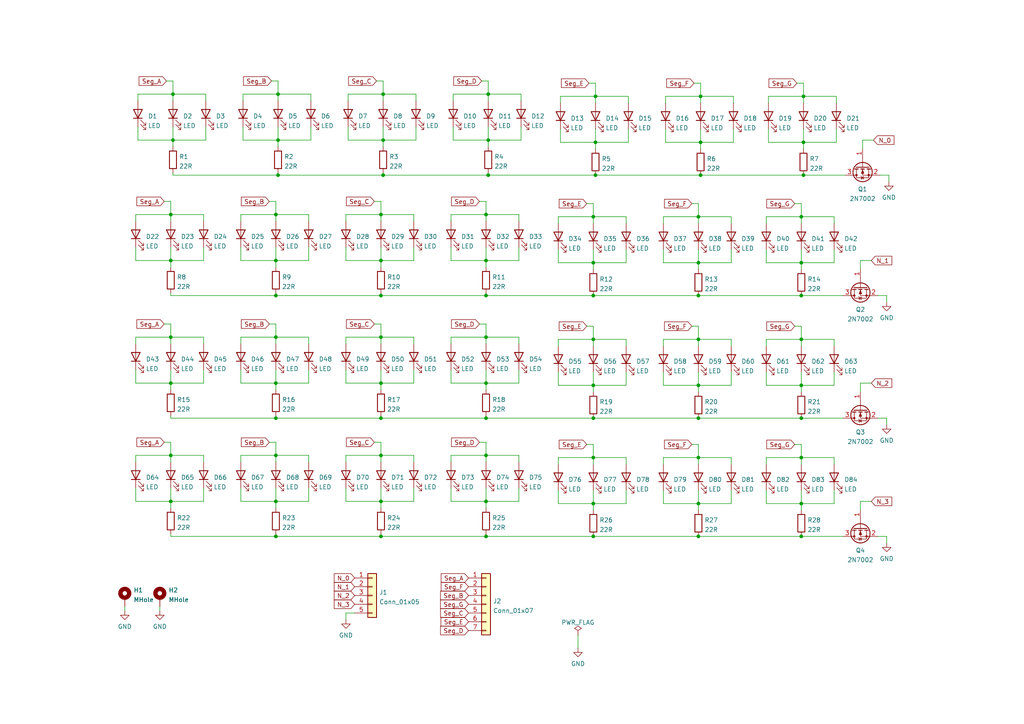
<source format=kicad_sch>
(kicad_sch (version 20211123) (generator eeschema)
  (paper "A4")
  (junction (at 140.97 111.125))
  (junction (at 202.565 85.725))
  (junction (at 172.085 111.76))
  (junction (at 110.49 121.285))
  (junction (at 111.125 50.8))
  (junction (at 232.41 121.285))
  (junction (at 110.49 145.415))
  (junction (at 110.49 111.125))
  (junction (at 110.49 75.565))
  (junction (at 80.01 85.725))
  (junction (at 80.01 155.575))
  (junction (at 202.565 132.715))
  (junction (at 233.045 50.8))
  (junction (at 49.53 97.79))
  (junction (at 80.645 27.305))
  (junction (at 140.97 121.285))
  (junction (at 80.01 132.08))
  (junction (at 202.565 146.05))
  (junction (at 172.72 50.8))
  (junction (at 50.165 27.305))
  (junction (at 202.565 62.865))
  (junction (at 203.2 41.275))
  (junction (at 80.01 97.79))
  (junction (at 140.97 145.415))
  (junction (at 110.49 62.23))
  (junction (at 141.605 40.64))
  (junction (at 140.97 62.23))
  (junction (at 110.49 85.725))
  (junction (at 232.41 62.865))
  (junction (at 140.97 85.725))
  (junction (at 172.72 41.275))
  (junction (at 172.085 121.285))
  (junction (at 49.53 132.08))
  (junction (at 202.565 121.285))
  (junction (at 232.41 155.575))
  (junction (at 80.01 75.565))
  (junction (at 233.045 27.94))
  (junction (at 140.97 155.575))
  (junction (at 232.41 111.76))
  (junction (at 232.41 85.725))
  (junction (at 203.2 50.8))
  (junction (at 140.97 132.08))
  (junction (at 172.085 98.425))
  (junction (at 232.41 76.2))
  (junction (at 172.085 85.725))
  (junction (at 172.085 62.865))
  (junction (at 49.53 111.125))
  (junction (at 49.53 145.415))
  (junction (at 172.085 132.715))
  (junction (at 80.01 111.125))
  (junction (at 202.565 76.2))
  (junction (at 140.97 75.565))
  (junction (at 232.41 132.715))
  (junction (at 80.01 121.285))
  (junction (at 202.565 111.76))
  (junction (at 80.01 145.415))
  (junction (at 50.165 40.64))
  (junction (at 172.085 76.2))
  (junction (at 49.53 75.565))
  (junction (at 202.565 98.425))
  (junction (at 49.53 62.23))
  (junction (at 110.49 132.08))
  (junction (at 80.645 50.8))
  (junction (at 110.49 155.575))
  (junction (at 232.41 98.425))
  (junction (at 110.49 97.79))
  (junction (at 111.125 40.64))
  (junction (at 80.645 40.64))
  (junction (at 140.97 97.79))
  (junction (at 233.045 41.275))
  (junction (at 232.41 146.05))
  (junction (at 172.085 146.05))
  (junction (at 202.565 155.575))
  (junction (at 172.085 155.575))
  (junction (at 203.2 27.94))
  (junction (at 111.125 27.305))
  (junction (at 80.01 62.23))
  (junction (at 172.72 27.94))
  (junction (at 141.605 50.8))
  (junction (at 141.605 27.305))
  (wire (pts (xy 172.085 121.285) (xy 202.565 121.285)))
  (wire (pts (xy 70.485 40.64) (xy 80.645 40.64)))
  (wire (pts (xy 49.53 71.755) (xy 49.53 75.565)))
  (wire (pts (xy 172.72 24.13) (xy 172.72 27.94)))
  (wire (pts (xy 130.81 111.125) (xy 140.97 111.125)))
  (wire (pts (xy 140.97 62.23) (xy 140.97 64.135)))
  (wire (pts (xy 222.885 37.465) (xy 222.885 41.275)))
  (wire (pts (xy 222.885 29.845) (xy 222.885 27.94)))
  (wire (pts (xy 232.41 76.2) (xy 232.41 78.105)))
  (wire (pts (xy 202.565 59.055) (xy 202.565 62.865)))
  (wire (pts (xy 100.965 27.305) (xy 111.125 27.305)))
  (wire (pts (xy 257.175 121.285) (xy 254.635 121.285)))
  (wire (pts (xy 120.015 133.985) (xy 120.015 132.08)))
  (wire (pts (xy 140.97 62.23) (xy 150.495 62.23)))
  (wire (pts (xy 80.01 75.565) (xy 80.01 77.47)))
  (wire (pts (xy 161.925 100.33) (xy 161.925 98.425)))
  (wire (pts (xy 110.49 145.415) (xy 110.49 147.32)))
  (wire (pts (xy 202.565 121.285) (xy 232.41 121.285)))
  (wire (pts (xy 78.74 23.495) (xy 80.645 23.495)))
  (wire (pts (xy 140.97 141.605) (xy 140.97 145.415)))
  (wire (pts (xy 100.33 179.705) (xy 100.33 177.8)))
  (wire (pts (xy 49.53 132.08) (xy 59.055 132.08)))
  (wire (pts (xy 172.085 132.715) (xy 172.085 134.62)))
  (wire (pts (xy 100.965 36.83) (xy 100.965 40.64)))
  (wire (pts (xy 222.25 111.76) (xy 232.41 111.76)))
  (wire (pts (xy 249.555 145.415) (xy 249.555 147.955)))
  (wire (pts (xy 100.33 107.315) (xy 100.33 111.125)))
  (wire (pts (xy 230.505 94.615) (xy 232.41 94.615)))
  (wire (pts (xy 162.56 41.275) (xy 172.72 41.275)))
  (wire (pts (xy 49.53 93.98) (xy 49.53 97.79)))
  (wire (pts (xy 47.625 128.27) (xy 49.53 128.27)))
  (wire (pts (xy 192.405 146.05) (xy 202.565 146.05)))
  (wire (pts (xy 110.49 128.27) (xy 110.49 132.08)))
  (wire (pts (xy 50.165 27.305) (xy 59.69 27.305)))
  (wire (pts (xy 230.505 128.905) (xy 232.41 128.905)))
  (wire (pts (xy 100.33 177.8) (xy 102.87 177.8)))
  (wire (pts (xy 212.09 76.2) (xy 212.09 72.39)))
  (wire (pts (xy 170.18 94.615) (xy 172.085 94.615)))
  (wire (pts (xy 49.53 155.575) (xy 80.01 155.575)))
  (wire (pts (xy 50.165 27.305) (xy 50.165 29.21)))
  (wire (pts (xy 80.645 36.83) (xy 80.645 40.64)))
  (wire (pts (xy 150.495 99.695) (xy 150.495 97.79)))
  (wire (pts (xy 80.01 85.09) (xy 80.01 85.725)))
  (wire (pts (xy 90.17 40.64) (xy 90.17 36.83)))
  (wire (pts (xy 50.165 40.64) (xy 50.165 42.545)))
  (wire (pts (xy 252.73 145.415) (xy 249.555 145.415)))
  (wire (pts (xy 130.81 62.23) (xy 140.97 62.23)))
  (wire (pts (xy 80.01 120.65) (xy 80.01 121.285)))
  (wire (pts (xy 181.61 64.77) (xy 181.61 62.865)))
  (wire (pts (xy 49.53 62.23) (xy 49.53 64.135)))
  (wire (pts (xy 203.2 37.465) (xy 203.2 41.275)))
  (wire (pts (xy 200.66 128.905) (xy 202.565 128.905)))
  (wire (pts (xy 172.085 76.2) (xy 172.085 78.105)))
  (wire (pts (xy 232.41 121.285) (xy 244.475 121.285)))
  (wire (pts (xy 192.405 142.24) (xy 192.405 146.05)))
  (wire (pts (xy 222.25 72.39) (xy 222.25 76.2)))
  (wire (pts (xy 69.85 64.135) (xy 69.85 62.23)))
  (wire (pts (xy 110.49 85.725) (xy 140.97 85.725)))
  (wire (pts (xy 222.25 64.77) (xy 222.25 62.865)))
  (wire (pts (xy 172.72 50.8) (xy 203.2 50.8)))
  (wire (pts (xy 140.97 111.125) (xy 150.495 111.125)))
  (wire (pts (xy 202.565 85.725) (xy 232.41 85.725)))
  (wire (pts (xy 203.2 50.8) (xy 233.045 50.8)))
  (wire (pts (xy 162.56 27.94) (xy 172.72 27.94)))
  (wire (pts (xy 80.01 97.79) (xy 89.535 97.79)))
  (wire (pts (xy 110.49 97.79) (xy 110.49 99.695)))
  (wire (pts (xy 150.495 111.125) (xy 150.495 107.315)))
  (wire (pts (xy 120.65 40.64) (xy 120.65 36.83)))
  (wire (pts (xy 69.85 141.605) (xy 69.85 145.415)))
  (wire (pts (xy 49.53 85.725) (xy 80.01 85.725)))
  (wire (pts (xy 140.97 154.94) (xy 140.97 155.575)))
  (wire (pts (xy 141.605 27.305) (xy 141.605 29.21)))
  (wire (pts (xy 202.565 111.76) (xy 202.565 113.665)))
  (wire (pts (xy 250.19 40.64) (xy 250.19 43.18)))
  (wire (pts (xy 100.33 97.79) (xy 110.49 97.79)))
  (wire (pts (xy 70.485 27.305) (xy 80.645 27.305)))
  (wire (pts (xy 232.41 107.95) (xy 232.41 111.76)))
  (wire (pts (xy 120.015 111.125) (xy 120.015 107.315)))
  (wire (pts (xy 39.37 141.605) (xy 39.37 145.415)))
  (wire (pts (xy 140.97 97.79) (xy 150.495 97.79)))
  (wire (pts (xy 170.18 59.055) (xy 172.085 59.055)))
  (wire (pts (xy 110.49 62.23) (xy 120.015 62.23)))
  (wire (pts (xy 80.01 145.415) (xy 89.535 145.415)))
  (wire (pts (xy 130.81 97.79) (xy 140.97 97.79)))
  (wire (pts (xy 50.165 50.165) (xy 50.165 50.8)))
  (wire (pts (xy 47.625 58.42) (xy 49.53 58.42)))
  (wire (pts (xy 202.565 132.715) (xy 202.565 134.62)))
  (wire (pts (xy 39.37 71.755) (xy 39.37 75.565)))
  (wire (pts (xy 222.25 100.33) (xy 222.25 98.425)))
  (wire (pts (xy 202.565 76.2) (xy 212.09 76.2)))
  (wire (pts (xy 232.41 132.715) (xy 241.935 132.715)))
  (wire (pts (xy 120.015 145.415) (xy 120.015 141.605)))
  (wire (pts (xy 49.53 58.42) (xy 49.53 62.23)))
  (wire (pts (xy 232.41 146.05) (xy 232.41 147.955)))
  (wire (pts (xy 49.53 141.605) (xy 49.53 145.415)))
  (wire (pts (xy 232.41 72.39) (xy 232.41 76.2)))
  (wire (pts (xy 172.72 41.275) (xy 172.72 43.18)))
  (wire (pts (xy 212.09 111.76) (xy 212.09 107.95)))
  (wire (pts (xy 49.53 111.125) (xy 59.055 111.125)))
  (wire (pts (xy 257.175 87.63) (xy 257.175 85.725)))
  (wire (pts (xy 167.64 184.15) (xy 167.64 187.96)))
  (wire (pts (xy 203.2 27.94) (xy 212.725 27.94)))
  (wire (pts (xy 150.495 64.135) (xy 150.495 62.23)))
  (wire (pts (xy 80.01 75.565) (xy 89.535 75.565)))
  (wire (pts (xy 130.81 141.605) (xy 130.81 145.415)))
  (wire (pts (xy 69.85 97.79) (xy 80.01 97.79)))
  (wire (pts (xy 241.935 146.05) (xy 241.935 142.24)))
  (wire (pts (xy 111.125 40.64) (xy 120.65 40.64)))
  (wire (pts (xy 110.49 93.98) (xy 110.49 97.79)))
  (wire (pts (xy 140.97 58.42) (xy 140.97 62.23)))
  (wire (pts (xy 192.405 111.76) (xy 202.565 111.76)))
  (wire (pts (xy 80.645 50.8) (xy 111.125 50.8)))
  (wire (pts (xy 202.565 146.05) (xy 212.09 146.05)))
  (wire (pts (xy 59.69 40.64) (xy 59.69 36.83)))
  (wire (pts (xy 78.105 58.42) (xy 80.01 58.42)))
  (wire (pts (xy 100.33 111.125) (xy 110.49 111.125)))
  (wire (pts (xy 172.085 146.05) (xy 172.085 147.955)))
  (wire (pts (xy 49.53 120.65) (xy 49.53 121.285)))
  (wire (pts (xy 181.61 146.05) (xy 181.61 142.24)))
  (wire (pts (xy 232.41 111.76) (xy 241.935 111.76)))
  (wire (pts (xy 162.56 29.845) (xy 162.56 27.94)))
  (wire (pts (xy 141.605 50.8) (xy 172.72 50.8)))
  (wire (pts (xy 192.405 98.425) (xy 202.565 98.425)))
  (wire (pts (xy 192.405 64.77) (xy 192.405 62.865)))
  (wire (pts (xy 192.405 100.33) (xy 192.405 98.425)))
  (wire (pts (xy 139.065 93.98) (xy 140.97 93.98)))
  (wire (pts (xy 233.045 24.13) (xy 233.045 27.94)))
  (wire (pts (xy 193.04 27.94) (xy 203.2 27.94)))
  (wire (pts (xy 172.085 76.2) (xy 181.61 76.2)))
  (wire (pts (xy 39.37 75.565) (xy 49.53 75.565)))
  (wire (pts (xy 172.72 27.94) (xy 182.245 27.94)))
  (wire (pts (xy 120.015 75.565) (xy 120.015 71.755)))
  (wire (pts (xy 161.925 98.425) (xy 172.085 98.425)))
  (wire (pts (xy 49.53 62.23) (xy 59.055 62.23)))
  (wire (pts (xy 232.41 146.05) (xy 241.935 146.05)))
  (wire (pts (xy 50.165 36.83) (xy 50.165 40.64)))
  (wire (pts (xy 90.17 29.21) (xy 90.17 27.305)))
  (wire (pts (xy 80.01 128.27) (xy 80.01 132.08)))
  (wire (pts (xy 161.925 76.2) (xy 172.085 76.2)))
  (wire (pts (xy 181.61 100.33) (xy 181.61 98.425)))
  (wire (pts (xy 232.41 62.865) (xy 232.41 64.77)))
  (wire (pts (xy 78.105 128.27) (xy 80.01 128.27)))
  (wire (pts (xy 172.085 98.425) (xy 172.085 100.33)))
  (wire (pts (xy 111.125 50.165) (xy 111.125 50.8)))
  (wire (pts (xy 80.01 71.755) (xy 80.01 75.565)))
  (wire (pts (xy 233.045 41.275) (xy 233.045 43.18)))
  (wire (pts (xy 200.66 59.055) (xy 202.565 59.055)))
  (wire (pts (xy 46.355 175.895) (xy 46.355 177.165)))
  (wire (pts (xy 100.33 62.23) (xy 110.49 62.23)))
  (wire (pts (xy 47.625 93.98) (xy 49.53 93.98)))
  (wire (pts (xy 69.85 71.755) (xy 69.85 75.565)))
  (wire (pts (xy 172.085 94.615) (xy 172.085 98.425)))
  (wire (pts (xy 200.66 94.615) (xy 202.565 94.615)))
  (wire (pts (xy 202.565 142.24) (xy 202.565 146.05)))
  (wire (pts (xy 172.085 62.865) (xy 181.61 62.865)))
  (wire (pts (xy 233.045 41.275) (xy 242.57 41.275)))
  (wire (pts (xy 203.2 41.275) (xy 203.2 43.18)))
  (wire (pts (xy 222.25 107.95) (xy 222.25 111.76)))
  (wire (pts (xy 203.2 41.275) (xy 212.725 41.275)))
  (wire (pts (xy 162.56 37.465) (xy 162.56 41.275)))
  (wire (pts (xy 172.72 27.94) (xy 172.72 29.845)))
  (wire (pts (xy 130.81 132.08) (xy 140.97 132.08)))
  (wire (pts (xy 202.565 155.575) (xy 232.41 155.575)))
  (wire (pts (xy 192.405 76.2) (xy 202.565 76.2)))
  (wire (pts (xy 222.885 41.275) (xy 233.045 41.275)))
  (wire (pts (xy 140.97 107.315) (xy 140.97 111.125)))
  (wire (pts (xy 100.33 133.985) (xy 100.33 132.08)))
  (wire (pts (xy 80.645 40.64) (xy 80.645 42.545)))
  (wire (pts (xy 120.015 64.135) (xy 120.015 62.23)))
  (wire (pts (xy 172.72 41.275) (xy 182.245 41.275)))
  (wire (pts (xy 172.085 142.24) (xy 172.085 146.05)))
  (wire (pts (xy 108.585 58.42) (xy 110.49 58.42)))
  (wire (pts (xy 110.49 111.125) (xy 120.015 111.125)))
  (wire (pts (xy 110.49 71.755) (xy 110.49 75.565)))
  (wire (pts (xy 182.245 41.275) (xy 182.245 37.465)))
  (wire (pts (xy 39.37 64.135) (xy 39.37 62.23)))
  (wire (pts (xy 70.485 36.83) (xy 70.485 40.64)))
  (wire (pts (xy 80.01 141.605) (xy 80.01 145.415)))
  (wire (pts (xy 202.565 107.95) (xy 202.565 111.76)))
  (wire (pts (xy 110.49 75.565) (xy 110.49 77.47)))
  (wire (pts (xy 222.25 146.05) (xy 232.41 146.05)))
  (wire (pts (xy 172.085 85.725) (xy 202.565 85.725)))
  (wire (pts (xy 69.85 145.415) (xy 80.01 145.415)))
  (wire (pts (xy 110.49 155.575) (xy 140.97 155.575)))
  (wire (pts (xy 141.605 40.64) (xy 151.13 40.64)))
  (wire (pts (xy 140.97 97.79) (xy 140.97 99.695)))
  (wire (pts (xy 172.085 111.76) (xy 172.085 113.665)))
  (wire (pts (xy 181.61 76.2) (xy 181.61 72.39)))
  (wire (pts (xy 69.85 75.565) (xy 80.01 75.565)))
  (wire (pts (xy 212.725 29.845) (xy 212.725 27.94)))
  (wire (pts (xy 59.055 111.125) (xy 59.055 107.315)))
  (wire (pts (xy 110.49 58.42) (xy 110.49 62.23)))
  (wire (pts (xy 80.01 132.08) (xy 80.01 133.985)))
  (wire (pts (xy 40.005 40.64) (xy 50.165 40.64)))
  (wire (pts (xy 232.41 94.615) (xy 232.41 98.425)))
  (wire (pts (xy 89.535 145.415) (xy 89.535 141.605)))
  (wire (pts (xy 40.005 29.21) (xy 40.005 27.305)))
  (wire (pts (xy 89.535 75.565) (xy 89.535 71.755)))
  (wire (pts (xy 39.37 111.125) (xy 49.53 111.125)))
  (wire (pts (xy 161.925 134.62) (xy 161.925 132.715)))
  (wire (pts (xy 110.49 107.315) (xy 110.49 111.125)))
  (wire (pts (xy 140.97 111.125) (xy 140.97 113.03)))
  (wire (pts (xy 49.53 154.94) (xy 49.53 155.575)))
  (wire (pts (xy 49.53 97.79) (xy 49.53 99.695)))
  (wire (pts (xy 202.565 132.715) (xy 212.09 132.715)))
  (wire (pts (xy 110.49 145.415) (xy 120.015 145.415)))
  (wire (pts (xy 140.97 75.565) (xy 140.97 77.47)))
  (wire (pts (xy 110.49 97.79) (xy 120.015 97.79)))
  (wire (pts (xy 161.925 64.77) (xy 161.925 62.865)))
  (wire (pts (xy 49.53 75.565) (xy 59.055 75.565)))
  (wire (pts (xy 130.81 133.985) (xy 130.81 132.08)))
  (wire (pts (xy 172.085 62.865) (xy 172.085 64.77)))
  (wire (pts (xy 241.935 134.62) (xy 241.935 132.715)))
  (wire (pts (xy 110.49 120.65) (xy 110.49 121.285)))
  (wire (pts (xy 172.085 59.055) (xy 172.085 62.865)))
  (wire (pts (xy 49.53 145.415) (xy 59.055 145.415)))
  (wire (pts (xy 100.33 132.08) (xy 110.49 132.08)))
  (wire (pts (xy 192.405 132.715) (xy 202.565 132.715)))
  (wire (pts (xy 257.175 123.19) (xy 257.175 121.285)))
  (wire (pts (xy 257.81 52.705) (xy 257.81 50.8)))
  (wire (pts (xy 140.97 85.09) (xy 140.97 85.725)))
  (wire (pts (xy 212.09 64.77) (xy 212.09 62.865)))
  (wire (pts (xy 130.81 75.565) (xy 140.97 75.565)))
  (wire (pts (xy 100.33 75.565) (xy 110.49 75.565)))
  (wire (pts (xy 257.81 50.8) (xy 255.27 50.8)))
  (wire (pts (xy 131.445 29.21) (xy 131.445 27.305)))
  (wire (pts (xy 233.045 50.8) (xy 245.11 50.8)))
  (wire (pts (xy 131.445 36.83) (xy 131.445 40.64)))
  (wire (pts (xy 50.165 50.8) (xy 80.645 50.8)))
  (wire (pts (xy 80.645 27.305) (xy 90.17 27.305)))
  (wire (pts (xy 59.055 75.565) (xy 59.055 71.755)))
  (wire (pts (xy 111.125 27.305) (xy 120.65 27.305)))
  (wire (pts (xy 161.925 142.24) (xy 161.925 146.05)))
  (wire (pts (xy 100.33 64.135) (xy 100.33 62.23)))
  (wire (pts (xy 141.605 40.64) (xy 141.605 42.545)))
  (wire (pts (xy 192.405 134.62) (xy 192.405 132.715)))
  (wire (pts (xy 257.175 85.725) (xy 254.635 85.725)))
  (wire (pts (xy 232.41 155.575) (xy 244.475 155.575)))
  (wire (pts (xy 161.925 146.05) (xy 172.085 146.05)))
  (wire (pts (xy 249.555 111.125) (xy 249.555 113.665)))
  (wire (pts (xy 181.61 111.76) (xy 181.61 107.95)))
  (wire (pts (xy 110.49 85.09) (xy 110.49 85.725)))
  (wire (pts (xy 110.49 111.125) (xy 110.49 113.03)))
  (wire (pts (xy 141.605 23.495) (xy 141.605 27.305)))
  (wire (pts (xy 80.645 23.495) (xy 80.645 27.305)))
  (wire (pts (xy 110.49 154.94) (xy 110.49 155.575)))
  (wire (pts (xy 140.97 155.575) (xy 172.085 155.575)))
  (wire (pts (xy 212.09 146.05) (xy 212.09 142.24)))
  (wire (pts (xy 80.01 85.725) (xy 110.49 85.725)))
  (wire (pts (xy 193.04 41.275) (xy 203.2 41.275)))
  (wire (pts (xy 100.965 40.64) (xy 111.125 40.64)))
  (wire (pts (xy 140.97 121.285) (xy 172.085 121.285)))
  (wire (pts (xy 222.25 98.425) (xy 232.41 98.425)))
  (wire (pts (xy 202.565 62.865) (xy 212.09 62.865)))
  (wire (pts (xy 202.565 76.2) (xy 202.565 78.105)))
  (wire (pts (xy 172.085 146.05) (xy 181.61 146.05)))
  (wire (pts (xy 120.65 29.21) (xy 120.65 27.305)))
  (wire (pts (xy 130.81 145.415) (xy 140.97 145.415)))
  (wire (pts (xy 193.04 29.845) (xy 193.04 27.94)))
  (wire (pts (xy 151.13 29.21) (xy 151.13 27.305)))
  (wire (pts (xy 69.85 99.695) (xy 69.85 97.79)))
  (wire (pts (xy 222.25 76.2) (xy 232.41 76.2)))
  (wire (pts (xy 131.445 40.64) (xy 141.605 40.64)))
  (wire (pts (xy 172.085 111.76) (xy 181.61 111.76)))
  (wire (pts (xy 202.565 128.905) (xy 202.565 132.715)))
  (wire (pts (xy 110.49 75.565) (xy 120.015 75.565)))
  (wire (pts (xy 232.41 98.425) (xy 232.41 100.33)))
  (wire (pts (xy 80.645 40.64) (xy 90.17 40.64)))
  (wire (pts (xy 222.25 132.715) (xy 232.41 132.715)))
  (wire (pts (xy 140.97 132.08) (xy 140.97 133.985)))
  (wire (pts (xy 161.925 107.95) (xy 161.925 111.76)))
  (wire (pts (xy 40.005 27.305) (xy 50.165 27.305)))
  (wire (pts (xy 140.97 128.27) (xy 140.97 132.08)))
  (wire (pts (xy 49.53 75.565) (xy 49.53 77.47)))
  (wire (pts (xy 100.33 71.755) (xy 100.33 75.565)))
  (wire (pts (xy 39.37 133.985) (xy 39.37 132.08)))
  (wire (pts (xy 151.13 40.64) (xy 151.13 36.83)))
  (wire (pts (xy 70.485 29.21) (xy 70.485 27.305)))
  (wire (pts (xy 212.09 134.62) (xy 212.09 132.715)))
  (wire (pts (xy 141.605 27.305) (xy 151.13 27.305)))
  (wire (pts (xy 89.535 133.985) (xy 89.535 132.08)))
  (wire (pts (xy 172.085 98.425) (xy 181.61 98.425)))
  (wire (pts (xy 80.645 50.165) (xy 80.645 50.8)))
  (wire (pts (xy 222.25 142.24) (xy 222.25 146.05)))
  (wire (pts (xy 80.01 155.575) (xy 110.49 155.575)))
  (wire (pts (xy 232.41 142.24) (xy 232.41 146.05)))
  (wire (pts (xy 202.565 62.865) (xy 202.565 64.77)))
  (wire (pts (xy 80.01 97.79) (xy 80.01 99.695)))
  (wire (pts (xy 39.37 145.415) (xy 49.53 145.415)))
  (wire (pts (xy 253.365 40.64) (xy 250.19 40.64)))
  (wire (pts (xy 49.53 97.79) (xy 59.055 97.79)))
  (wire (pts (xy 59.055 99.695) (xy 59.055 97.79)))
  (wire (pts (xy 193.04 37.465) (xy 193.04 41.275)))
  (wire (pts (xy 131.445 27.305) (xy 141.605 27.305)))
  (wire (pts (xy 181.61 134.62) (xy 181.61 132.715)))
  (wire (pts (xy 110.49 132.08) (xy 110.49 133.985)))
  (wire (pts (xy 233.045 27.94) (xy 242.57 27.94)))
  (wire (pts (xy 231.14 24.13) (xy 233.045 24.13)))
  (wire (pts (xy 80.01 121.285) (xy 110.49 121.285)))
  (wire (pts (xy 110.49 121.285) (xy 140.97 121.285)))
  (wire (pts (xy 80.01 111.125) (xy 80.01 113.03)))
  (wire (pts (xy 150.495 133.985) (xy 150.495 132.08)))
  (wire (pts (xy 80.645 27.305) (xy 80.645 29.21)))
  (wire (pts (xy 49.53 128.27) (xy 49.53 132.08)))
  (wire (pts (xy 172.085 155.575) (xy 202.565 155.575)))
  (wire (pts (xy 110.49 141.605) (xy 110.49 145.415)))
  (wire (pts (xy 232.41 85.725) (xy 244.475 85.725)))
  (wire (pts (xy 252.73 111.125) (xy 249.555 111.125)))
  (wire (pts (xy 120.015 99.695) (xy 120.015 97.79)))
  (wire (pts (xy 172.085 128.905) (xy 172.085 132.715)))
  (wire (pts (xy 241.935 64.77) (xy 241.935 62.865)))
  (wire (pts (xy 203.2 24.13) (xy 203.2 27.94)))
  (wire (pts (xy 49.53 132.08) (xy 49.53 133.985)))
  (wire (pts (xy 170.815 24.13) (xy 172.72 24.13)))
  (wire (pts (xy 232.41 111.76) (xy 232.41 113.665)))
  (wire (pts (xy 140.97 132.08) (xy 150.495 132.08)))
  (wire (pts (xy 202.565 98.425) (xy 212.09 98.425)))
  (wire (pts (xy 80.01 107.315) (xy 80.01 111.125)))
  (wire (pts (xy 202.565 98.425) (xy 202.565 100.33)))
  (wire (pts (xy 49.53 145.415) (xy 49.53 147.32)))
  (wire (pts (xy 80.01 145.415) (xy 80.01 147.32)))
  (wire (pts (xy 78.105 93.98) (xy 80.01 93.98)))
  (wire (pts (xy 40.005 36.83) (xy 40.005 40.64)))
  (wire (pts (xy 111.125 23.495) (xy 111.125 27.305)))
  (wire (pts (xy 69.85 62.23) (xy 80.01 62.23)))
  (wire (pts (xy 50.165 23.495) (xy 50.165 27.305)))
  (wire (pts (xy 172.085 72.39) (xy 172.085 76.2)))
  (wire (pts (xy 241.935 111.76) (xy 241.935 107.95)))
  (wire (pts (xy 59.055 145.415) (xy 59.055 141.605)))
  (wire (pts (xy 130.81 99.695) (xy 130.81 97.79)))
  (wire (pts (xy 232.41 132.715) (xy 232.41 134.62)))
  (wire (pts (xy 59.69 29.21) (xy 59.69 27.305)))
  (wire (pts (xy 192.405 107.95) (xy 192.405 111.76)))
  (wire (pts (xy 140.97 85.725) (xy 172.085 85.725)))
  (wire (pts (xy 110.49 132.08) (xy 120.015 132.08)))
  (wire (pts (xy 80.01 58.42) (xy 80.01 62.23)))
  (wire (pts (xy 192.405 72.39) (xy 192.405 76.2)))
  (wire (pts (xy 80.01 154.94) (xy 80.01 155.575)))
  (wire (pts (xy 80.01 111.125) (xy 89.535 111.125)))
  (wire (pts (xy 50.165 40.64) (xy 59.69 40.64)))
  (wire (pts (xy 233.045 37.465) (xy 233.045 41.275)))
  (wire (pts (xy 203.2 27.94) (xy 203.2 29.845)))
  (wire (pts (xy 150.495 145.415) (xy 150.495 141.605)))
  (wire (pts (xy 111.125 36.83) (xy 111.125 40.64)))
  (wire (pts (xy 182.245 29.845) (xy 182.245 27.94)))
  (wire (pts (xy 161.925 62.865) (xy 172.085 62.865)))
  (wire (pts (xy 108.585 93.98) (xy 110.49 93.98)))
  (wire (pts (xy 39.37 107.315) (xy 39.37 111.125)))
  (wire (pts (xy 39.37 97.79) (xy 49.53 97.79)))
  (wire (pts (xy 139.7 23.495) (xy 141.605 23.495)))
  (wire (pts (xy 140.97 145.415) (xy 140.97 147.32)))
  (wire (pts (xy 140.97 75.565) (xy 150.495 75.565)))
  (wire (pts (xy 49.53 107.315) (xy 49.53 111.125)))
  (wire (pts (xy 202.565 111.76) (xy 212.09 111.76)))
  (wire (pts (xy 172.085 107.95) (xy 172.085 111.76)))
  (wire (pts (xy 130.81 107.315) (xy 130.81 111.125)))
  (wire (pts (xy 111.125 50.8) (xy 141.605 50.8)))
  (wire (pts (xy 100.33 145.415) (xy 110.49 145.415)))
  (wire (pts (xy 233.045 27.94) (xy 233.045 29.845)))
  (wire (pts (xy 80.01 62.23) (xy 80.01 64.135)))
  (wire (pts (xy 100.965 29.21) (xy 100.965 27.305)))
  (wire (pts (xy 257.175 155.575) (xy 254.635 155.575)))
  (wire (pts (xy 201.295 24.13) (xy 203.2 24.13)))
  (wire (pts (xy 69.85 133.985) (xy 69.85 132.08)))
  (wire (pts (xy 130.81 71.755) (xy 130.81 75.565)))
  (wire (pts (xy 49.53 121.285) (xy 80.01 121.285)))
  (wire (pts (xy 230.505 59.055) (xy 232.41 59.055)))
  (wire (pts (xy 141.605 50.165) (xy 141.605 50.8)))
  (wire (pts (xy 172.085 132.715) (xy 181.61 132.715)))
  (wire (pts (xy 89.535 64.135) (xy 89.535 62.23)))
  (wire (pts (xy 59.055 133.985) (xy 59.055 132.08)))
  (wire (pts (xy 202.565 72.39) (xy 202.565 76.2)))
  (wire (pts (xy 110.49 62.23) (xy 110.49 64.135)))
  (wire (pts (xy 80.01 132.08) (xy 89.535 132.08)))
  (wire (pts (xy 242.57 29.845) (xy 242.57 27.94)))
  (wire (pts (xy 232.41 59.055) (xy 232.41 62.865)))
  (wire (pts (xy 139.065 58.42) (xy 140.97 58.42)))
  (wire (pts (xy 232.41 98.425) (xy 241.935 98.425)))
  (wire (pts (xy 249.555 75.565) (xy 249.555 78.105)))
  (wire (pts (xy 139.065 128.27) (xy 140.97 128.27)))
  (wire (pts (xy 48.26 23.495) (xy 50.165 23.495)))
  (wire (pts (xy 172.72 37.465) (xy 172.72 41.275)))
  (wire (pts (xy 141.605 36.83) (xy 141.605 40.64)))
  (wire (pts (xy 49.53 111.125) (xy 49.53 113.03)))
  (wire (pts (xy 257.175 157.48) (xy 257.175 155.575)))
  (wire (pts (xy 69.85 111.125) (xy 80.01 111.125)))
  (wire (pts (xy 39.37 62.23) (xy 49.53 62.23)))
  (wire (pts (xy 161.925 111.76) (xy 172.085 111.76)))
  (wire (pts (xy 232.41 76.2) (xy 241.935 76.2)))
  (wire (pts (xy 108.585 128.27) (xy 110.49 128.27)))
  (wire (pts (xy 140.97 145.415) (xy 150.495 145.415)))
  (wire (pts (xy 89.535 111.125) (xy 89.535 107.315)))
  (wire (pts (xy 111.125 27.305) (xy 111.125 29.21)))
  (wire (pts (xy 59.055 64.135) (xy 59.055 62.23)))
  (wire (pts (xy 241.935 100.33) (xy 241.935 98.425)))
  (wire (pts (xy 252.73 75.565) (xy 249.555 75.565)))
  (wire (pts (xy 49.53 85.09) (xy 49.53 85.725)))
  (wire (pts (xy 140.97 93.98) (xy 140.97 97.79)))
  (wire (pts (xy 161.925 132.715) (xy 172.085 132.715)))
  (wire (pts (xy 222.885 27.94) (xy 233.045 27.94)))
  (wire (pts (xy 39.37 99.695) (xy 39.37 97.79)))
  (wire (pts (xy 150.495 75.565) (xy 150.495 71.755)))
  (wire (pts (xy 89.535 99.695) (xy 89.535 97.79)))
  (wire (pts (xy 111.125 40.64) (xy 111.125 42.545)))
  (wire (pts (xy 242.57 41.275) (xy 242.57 37.465)))
  (wire (pts (xy 161.925 72.39) (xy 161.925 76.2)))
  (wire (pts (xy 130.81 64.135) (xy 130.81 62.23)))
  (wire (pts (xy 39.37 132.08) (xy 49.53 132.08)))
  (wire (pts (xy 232.41 128.905) (xy 232.41 132.715)))
  (wire (pts (xy 202.565 146.05) (xy 202.565 147.955)))
  (wire (pts (xy 80.01 62.23) (xy 89.535 62.23)))
  (wire (pts (xy 241.935 76.2) (xy 241.935 72.39)))
  (wire (pts (xy 100.33 99.695) (xy 100.33 97.79)))
  (wire (pts (xy 222.25 62.865) (xy 232.41 62.865)))
  (wire (pts (xy 36.195 175.895) (xy 36.195 177.165)))
  (wire (pts (xy 80.01 93.98) (xy 80.01 97.79)))
  (wire (pts (xy 202.565 94.615) (xy 202.565 98.425)))
  (wire (pts (xy 140.97 71.755) (xy 140.97 75.565)))
  (wire (pts (xy 69.85 107.315) (xy 69.85 111.125)))
  (wire (pts (xy 69.85 132.08) (xy 80.01 132.08)))
  (wire (pts (xy 222.25 134.62) (xy 222.25 132.715)))
  (wire (pts (xy 232.41 62.865) (xy 241.935 62.865)))
  (wire (pts (xy 100.33 141.605) (xy 100.33 145.415)))
  (wire (pts (xy 212.725 41.275) (xy 212.725 37.465)))
  (wire (pts (xy 170.18 128.905) (xy 172.085 128.905)))
  (wire (pts (xy 140.97 120.65) (xy 140.97 121.285)))
  (wire (pts (xy 212.09 100.33) (xy 212.09 98.425)))
  (wire (pts (xy 192.405 62.865) (xy 202.565 62.865)))
  (wire (pts (xy 109.22 23.495) (xy 111.125 23.495)))
  (global_label "Seg_D" (shape input) (at 139.065 128.27 180) (property "Intersheet References" "${INTERSHEET_REFS}" (effects hide)))
  (global_label "Seg_F" (shape input) (at 200.66 94.615 180) (property "Intersheet References" "${INTERSHEET_REFS}" (effects hide)))
  (global_label "Seg_F" (shape input) (at 135.89 170.18 180) (property "Intersheet References" "${INTERSHEET_REFS}" (effects hide)))
  (global_label "Seg_C" (shape input) (at 108.585 58.42 180) (property "Intersheet References" "${INTERSHEET_REFS}" (effects hide)))
  (global_label "Seg_B" (shape input) (at 78.105 128.27 180) (property "Intersheet References" "${INTERSHEET_REFS}" (effects hide)))
  (global_label "N_3" (shape input) (at 252.73 145.415 0) (property "Intersheet References" "${INTERSHEET_REFS}" (effects hide)))
  (global_label "Seg_G" (shape input) (at 231.14 24.13 180) (property "Intersheet References" "${INTERSHEET_REFS}" (effects hide)))
  (global_label "N_0" (shape input) (at 102.87 167.64 180) (property "Intersheet References" "${INTERSHEET_REFS}" (effects hide)))
  (global_label "Seg_F" (shape input) (at 201.295 24.13 180) (property "Intersheet References" "${INTERSHEET_REFS}" (effects hide)))
  (global_label "Seg_C" (shape input) (at 108.585 128.27 180) (property "Intersheet References" "${INTERSHEET_REFS}" (effects hide)))
  (global_label "Seg_E" (shape input) (at 170.18 59.055 180) (property "Intersheet References" "${INTERSHEET_REFS}" (effects hide)))
  (global_label "N_2" (shape input) (at 252.73 111.125 0) (property "Intersheet References" "${INTERSHEET_REFS}" (effects hide)))
  (global_label "Seg_C" (shape input) (at 109.22 23.495 180) (property "Intersheet References" "${INTERSHEET_REFS}" (effects hide)))
  (global_label "Seg_F" (shape input) (at 200.66 59.055 180) (property "Intersheet References" "${INTERSHEET_REFS}" (effects hide)))
  (global_label "Seg_A" (shape input) (at 48.26 23.495 180) (property "Intersheet References" "${INTERSHEET_REFS}" (effects hide)))
  (global_label "Seg_E" (shape input) (at 135.89 180.34 180) (property "Intersheet References" "${INTERSHEET_REFS}" (effects hide)))
  (global_label "Seg_D" (shape input) (at 139.7 23.495 180) (property "Intersheet References" "${INTERSHEET_REFS}" (effects hide)))
  (global_label "Seg_E" (shape input) (at 170.18 94.615 180) (property "Intersheet References" "${INTERSHEET_REFS}" (effects hide)))
  (global_label "Seg_C" (shape input) (at 135.89 177.8 180) (property "Intersheet References" "${INTERSHEET_REFS}" (effects hide)))
  (global_label "Seg_E" (shape input) (at 170.18 128.905 180) (property "Intersheet References" "${INTERSHEET_REFS}" (effects hide)))
  (global_label "Seg_G" (shape input) (at 230.505 59.055 180) (property "Intersheet References" "${INTERSHEET_REFS}" (effects hide)))
  (global_label "Seg_D" (shape input) (at 139.065 58.42 180) (property "Intersheet References" "${INTERSHEET_REFS}" (effects hide)))
  (global_label "Seg_B" (shape input) (at 135.89 172.72 180) (property "Intersheet References" "${INTERSHEET_REFS}" (effects hide)))
  (global_label "N_0" (shape input) (at 253.365 40.64 0) (property "Intersheet References" "${INTERSHEET_REFS}" (effects hide)))
  (global_label "Seg_G" (shape input) (at 135.89 175.26 180) (property "Intersheet References" "${INTERSHEET_REFS}" (effects hide)))
  (global_label "Seg_G" (shape input) (at 230.505 94.615 180) (property "Intersheet References" "${INTERSHEET_REFS}" (effects hide)))
  (global_label "Seg_C" (shape input) (at 108.585 93.98 180) (property "Intersheet References" "${INTERSHEET_REFS}" (effects hide)))
  (global_label "Seg_B" (shape input) (at 78.105 58.42 180) (property "Intersheet References" "${INTERSHEET_REFS}" (effects hide)))
  (global_label "Seg_A" (shape input) (at 47.625 93.98 180) (property "Intersheet References" "${INTERSHEET_REFS}" (effects hide)))
  (global_label "Seg_A" (shape input) (at 47.625 58.42 180) (property "Intersheet References" "${INTERSHEET_REFS}" (effects hide)))
  (global_label "N_3" (shape input) (at 102.87 175.26 180) (property "Intersheet References" "${INTERSHEET_REFS}" (effects hide)))
  (global_label "N_2" (shape input) (at 102.87 172.72 180) (property "Intersheet References" "${INTERSHEET_REFS}" (effects hide)))
  (global_label "Seg_A" (shape input) (at 47.625 128.27 180) (property "Intersheet References" "${INTERSHEET_REFS}" (effects hide)))
  (global_label "Seg_D" (shape input) (at 139.065 93.98 180) (property "Intersheet References" "${INTERSHEET_REFS}" (effects hide)))
  (global_label "Seg_F" (shape input) (at 200.66 128.905 180) (property "Intersheet References" "${INTERSHEET_REFS}" (effects hide)))
  (global_label "Seg_A" (shape input) (at 135.89 167.64 180) (property "Intersheet References" "${INTERSHEET_REFS}" (effects hide)))
  (global_label "Seg_E" (shape input) (at 170.815 24.13 180) (property "Intersheet References" "${INTERSHEET_REFS}" (effects hide)))
  (global_label "Seg_G" (shape input) (at 230.505 128.905 180) (property "Intersheet References" "${INTERSHEET_REFS}" (effects hide)))
  (global_label "N_1" (shape input) (at 102.87 170.18 180) (property "Intersheet References" "${INTERSHEET_REFS}" (effects hide)))
  (global_label "N_1" (shape input) (at 252.73 75.565 0) (property "Intersheet References" "${INTERSHEET_REFS}" (effects hide)))
  (global_label "Seg_B" (shape input) (at 78.74 23.495 180) (property "Intersheet References" "${INTERSHEET_REFS}" (effects hide)))
  (global_label "Seg_B" (shape input) (at 78.105 93.98 180) (property "Intersheet References" "${INTERSHEET_REFS}" (effects hide)))
  (global_label "Seg_D" (shape input) (at 135.89 182.88 180) (property "Intersheet References" "${INTERSHEET_REFS}" (effects hide)))
  (symbol (lib_id "Device:LED") (at 161.925 68.58 90) (unit 1)
    (property "Reference" "D34" (at 164.846 69.259 90) (effects (justify right)))
    (property "Value" "LED" (at 164.846 72.0341 90) (effects (justify right)))
    (property "Footprint" "LED_SMD:LED_0402_1005Metric" (effects hide))
  )
  (symbol (lib_id "Device:LED") (at 80.01 103.505 90) (unit 1)
    (property "Reference" "D47" (at 82.931 104.184 90) (effects (justify right)))
    (property "Value" "LED" (at 82.931 106.9591 90) (effects (justify right)))
    (property "Footprint" "LED_SMD:LED_0402_1005Metric" (effects hide))
  )
  (symbol (lib_id "Device:LED") (at 172.085 138.43 90) (unit 1)
    (property "Reference" "D77" (at 175.006 139.109 90) (effects (justify right)))
    (property "Value" "LED" (at 175.006 141.8841 90) (effects (justify right)))
    (property "Footprint" "LED_SMD:LED_0402_1005Metric" (effects hide))
  )
  (symbol (lib_id "Device:LED") (at 212.09 104.14 90) (unit 1)
    (property "Reference" "D60" (at 215.011 104.819 90) (effects (justify right)))
    (property "Value" "LED" (at 215.011 107.5941 90) (effects (justify right)))
    (property "Footprint" "LED_SMD:LED_0402_1005Metric" (effects hide))
  )
  (symbol (lib_id "Device:LED") (at 69.85 103.505 90) (unit 1)
    (property "Reference" "D46" (at 72.771 104.184 90) (effects (justify right)))
    (property "Value" "LED" (at 72.771 106.9591 90) (effects (justify right)))
    (property "Footprint" "LED_SMD:LED_0402_1005Metric" (effects hide))
  )
  (symbol (lib_id "Device:LED") (at 100.33 137.795 90) (unit 1)
    (property "Reference" "D70" (at 103.251 138.474 90) (effects (justify right)))
    (property "Value" "LED" (at 103.251 141.2491 90) (effects (justify right)))
    (property "Footprint" "LED_SMD:LED_0402_1005Metric" (effects hide))
  )
  (symbol (lib_id "Device:LED") (at 172.085 68.58 90) (unit 1)
    (property "Reference" "D35" (at 175.006 69.259 90) (effects (justify right)))
    (property "Value" "LED" (at 175.006 72.0341 90) (effects (justify right)))
    (property "Footprint" "LED_SMD:LED_0402_1005Metric" (effects hide))
  )
  (symbol (lib_id "Device:R") (at 172.085 81.915 0) (unit 1)
    (property "Reference" "R12" (at 173.863 81.0065 0) (effects (justify left)))
    (property "Value" "22R" (at 173.863 83.7816 0) (effects (justify left)))
    (property "Footprint" "Resistor_SMD:R_0402_1005Metric" (effects hide))
  )
  (symbol (lib_id "Device:LED") (at 89.535 67.945 90) (unit 1)
    (property "Reference" "D27" (at 92.456 68.624 90) (effects (justify right)))
    (property "Value" "LED" (at 92.456 71.3991 90) (effects (justify right)))
    (property "Footprint" "LED_SMD:LED_0402_1005Metric" (effects hide))
  )
  (symbol (lib_id "Device:R") (at 202.565 117.475 0) (unit 1)
    (property "Reference" "R20" (at 204.343 116.5665 0) (effects (justify left)))
    (property "Value" "22R" (at 204.343 119.3416 0) (effects (justify left)))
    (property "Footprint" "Resistor_SMD:R_0402_1005Metric" (effects hide))
  )
  (symbol (lib_id "Device:LED") (at 150.495 67.945 90) (unit 1)
    (property "Reference" "D33" (at 153.416 68.624 90) (effects (justify right)))
    (property "Value" "LED" (at 153.416 71.3991 90) (effects (justify right)))
    (property "Footprint" "LED_SMD:LED_0402_1005Metric" (effects hide))
  )
  (symbol (lib_id "Device:LED") (at 69.85 137.795 90) (unit 1)
    (property "Reference" "D67" (at 72.771 138.474 90) (effects (justify right)))
    (property "Value" "LED" (at 72.771 141.2491 90) (effects (justify right)))
    (property "Footprint" "LED_SMD:LED_0402_1005Metric" (effects hide))
  )
  (symbol (lib_id "Device:LED") (at 181.61 68.58 90) (unit 1)
    (property "Reference" "D36" (at 184.531 69.259 90) (effects (justify right)))
    (property "Value" "LED" (at 184.531 72.0341 90) (effects (justify right)))
    (property "Footprint" "LED_SMD:LED_0402_1005Metric" (effects hide))
  )
  (symbol (lib_id "Device:LED") (at 59.69 33.02 90) (unit 1)
    (property "Reference" "D3" (at 62.611 33.699 90) (effects (justify right)))
    (property "Value" "LED" (at 62.611 36.4741 90) (effects (justify right)))
    (property "Footprint" "LED_SMD:LED_0402_1005Metric" (effects hide))
  )
  (symbol (lib_id "Device:LED") (at 50.165 33.02 90) (unit 1)
    (property "Reference" "D2" (at 53.086 33.699 90) (effects (justify right)))
    (property "Value" "LED" (at 53.086 36.4741 90) (effects (justify right)))
    (property "Footprint" "LED_SMD:LED_0402_1005Metric" (effects hide))
  )
  (symbol (lib_id "Device:R") (at 110.49 116.84 0) (unit 1)
    (property "Reference" "R17" (at 112.268 115.9315 0) (effects (justify left)))
    (property "Value" "22R" (at 112.268 118.7066 0) (effects (justify left)))
    (property "Footprint" "Resistor_SMD:R_0402_1005Metric" (effects hide))
  )
  (symbol (lib_id "power:GND") (at 100.33 179.705 0) (unit 1)
    (property "Reference" "#PWR05" (effects hide))
    (property "Value" "GND" (at 100.33 184.2675 0))
  )
  (symbol (lib_id "Device:LED") (at 203.2 33.655 90) (unit 1)
    (property "Reference" "D17" (at 206.121 34.334 90) (effects (justify right)))
    (property "Value" "LED" (at 206.121 37.1091 90) (effects (justify right)))
    (property "Footprint" "LED_SMD:LED_0402_1005Metric" (effects hide))
  )
  (symbol (lib_id "Device:LED") (at 172.72 33.655 90) (unit 1)
    (property "Reference" "D14" (at 175.641 34.334 90) (effects (justify right)))
    (property "Value" "LED" (at 175.641 37.1091 90) (effects (justify right)))
    (property "Footprint" "LED_SMD:LED_0402_1005Metric" (effects hide))
  )
  (symbol (lib_id "Device:LED") (at 150.495 103.505 90) (unit 1)
    (property "Reference" "D54" (at 153.416 104.184 90) (effects (justify right)))
    (property "Value" "LED" (at 153.416 106.9591 90) (effects (justify right)))
    (property "Footprint" "LED_SMD:LED_0402_1005Metric" (effects hide))
  )
  (symbol (lib_id "power:GND") (at 167.64 187.96 0) (unit 1)
    (property "Reference" "#PWR0103" (effects hide))
    (property "Value" "GND" (at 167.64 192.5225 0))
  )
  (symbol (lib_id "Device:R") (at 50.165 46.355 0) (unit 1)
    (property "Reference" "R1" (at 51.943 45.4465 0) (effects (justify left)))
    (property "Value" "22R" (at 51.943 48.2216 0) (effects (justify left)))
    (property "Footprint" "Resistor_SMD:R_0402_1005Metric" (effects hide))
  )
  (symbol (lib_id "Device:R") (at 140.97 116.84 0) (unit 1)
    (property "Reference" "R18" (at 142.748 115.9315 0) (effects (justify left)))
    (property "Value" "22R" (at 142.748 118.7066 0) (effects (justify left)))
    (property "Footprint" "Resistor_SMD:R_0402_1005Metric" (effects hide))
  )
  (symbol (lib_id "Device:LED") (at 232.41 138.43 90) (unit 1)
    (property "Reference" "D83" (at 235.331 139.109 90) (effects (justify right)))
    (property "Value" "LED" (at 235.331 141.8841 90) (effects (justify right)))
    (property "Footprint" "LED_SMD:LED_0402_1005Metric" (effects hide))
  )
  (symbol (lib_id "Device:LED") (at 70.485 33.02 90) (unit 1)
    (property "Reference" "D4" (at 73.406 33.699 90) (effects (justify right)))
    (property "Value" "LED" (at 73.406 36.4741 90) (effects (justify right)))
    (property "Footprint" "LED_SMD:LED_0402_1005Metric" (effects hide))
  )
  (symbol (lib_id "Connector_Generic:Conn_01x05") (at 107.95 172.72 0) (unit 1)
    (property "Reference" "J1" (at 109.982 171.8115 0) (effects (justify left)))
    (property "Value" "Conn_01x05" (at 109.982 174.5866 0) (effects (justify left)))
    (property "Footprint" "Connector_PinHeader_2.54mm:PinHeader_1x05_P2.54mm_Vertical" (effects hide))
  )
  (symbol (lib_id "Device:LED") (at 120.015 103.505 90) (unit 1)
    (property "Reference" "D51" (at 122.936 104.184 90) (effects (justify right)))
    (property "Value" "LED" (at 122.936 106.9591 90) (effects (justify right)))
    (property "Footprint" "LED_SMD:LED_0402_1005Metric" (effects hide))
  )
  (symbol (lib_id "Device:LED") (at 233.045 33.655 90) (unit 1)
    (property "Reference" "D20" (at 235.966 34.334 90) (effects (justify right)))
    (property "Value" "LED" (at 235.966 37.1091 90) (effects (justify right)))
    (property "Footprint" "LED_SMD:LED_0402_1005Metric" (effects hide))
  )
  (symbol (lib_id "Connector_Generic:Conn_01x07") (at 140.97 175.26 0) (unit 1)
    (property "Reference" "J2" (at 143.002 174.3515 0) (effects (justify left)))
    (property "Value" "Conn_01x07" (at 143.002 177.1266 0) (effects (justify left)))
    (property "Footprint" "Connector_PinHeader_2.54mm:PinHeader_1x07_P2.54mm_Vertical" (effects hide))
  )
  (symbol (lib_id "Device:LED") (at 161.925 104.14 90) (unit 1)
    (property "Reference" "D55" (at 164.846 104.819 90) (effects (justify right)))
    (property "Value" "LED" (at 164.846 107.5941 90) (effects (justify right)))
    (property "Footprint" "LED_SMD:LED_0402_1005Metric" (effects hide))
  )
  (symbol (lib_id "Transistor_FET:2N7002") (at 249.555 118.745 90) (mirror x) (unit 1)
    (property "Reference" "Q3" (at 249.555 125.3395 90))
    (property "Value" "2N7002" (at 249.555 128.1146 90))
    (property "Footprint" "Package_TO_SOT_SMD:SOT-23" (effects hide))
    (property "Datasheet" "https://www.onsemi.com/pub/Collateral/NDS7002A-D.PDF" (effects hide))
  )
  (symbol (lib_id "Device:LED") (at 161.925 138.43 90) (unit 1)
    (property "Reference" "D76" (at 164.846 139.109 90) (effects (justify right)))
    (property "Value" "LED" (at 164.846 141.8841 90) (effects (justify right)))
    (property "Footprint" "LED_SMD:LED_0402_1005Metric" (effects hide))
  )
  (symbol (lib_id "Device:R") (at 49.53 81.28 0) (unit 1)
    (property "Reference" "R8" (at 51.308 80.3715 0) (effects (justify left)))
    (property "Value" "22R" (at 51.308 83.1466 0) (effects (justify left)))
    (property "Footprint" "Resistor_SMD:R_0402_1005Metric" (effects hide))
  )
  (symbol (lib_id "Device:R") (at 232.41 117.475 0) (unit 1)
    (property "Reference" "R21" (at 234.188 116.5665 0) (effects (justify left)))
    (property "Value" "22R" (at 234.188 119.3416 0) (effects (justify left)))
    (property "Footprint" "Resistor_SMD:R_0402_1005Metric" (effects hide))
  )
  (symbol (lib_id "Device:LED") (at 80.645 33.02 90) (unit 1)
    (property "Reference" "D5" (at 83.566 33.699 90) (effects (justify right)))
    (property "Value" "LED" (at 83.566 36.4741 90) (effects (justify right)))
    (property "Footprint" "LED_SMD:LED_0402_1005Metric" (effects hide))
  )
  (symbol (lib_id "Device:LED") (at 130.81 137.795 90) (unit 1)
    (property "Reference" "D73" (at 133.731 138.474 90) (effects (justify right)))
    (property "Value" "LED" (at 133.731 141.2491 90) (effects (justify right)))
    (property "Footprint" "LED_SMD:LED_0402_1005Metric" (effects hide))
  )
  (symbol (lib_id "Transistor_FET:2N7002") (at 249.555 153.035 90) (mirror x) (unit 1)
    (property "Reference" "Q4" (at 249.555 159.6295 90))
    (property "Value" "2N7002" (at 249.555 162.4046 90))
    (property "Footprint" "Package_TO_SOT_SMD:SOT-23" (effects hide))
    (property "Datasheet" "https://www.onsemi.com/pub/Collateral/NDS7002A-D.PDF" (effects hide))
  )
  (symbol (lib_id "Device:R") (at 232.41 81.915 0) (unit 1)
    (property "Reference" "R14" (at 234.188 81.0065 0) (effects (justify left)))
    (property "Value" "22R" (at 234.188 83.7816 0) (effects (justify left)))
    (property "Footprint" "Resistor_SMD:R_0402_1005Metric" (effects hide))
  )
  (symbol (lib_id "Device:LED") (at 193.04 33.655 90) (unit 1)
    (property "Reference" "D16" (at 195.961 34.334 90) (effects (justify right)))
    (property "Value" "LED" (at 195.961 37.1091 90) (effects (justify right)))
    (property "Footprint" "LED_SMD:LED_0402_1005Metric" (effects hide))
  )
  (symbol (lib_id "power:PWR_FLAG") (at 167.64 184.15 0) (unit 1)
    (property "Reference" "#FLG0101" (effects hide))
    (property "Value" "PWR_FLAG" (at 167.64 180.5455 0))
  )
  (symbol (lib_id "Device:LED") (at 89.535 137.795 90) (unit 1)
    (property "Reference" "D69" (at 92.456 138.474 90) (effects (justify right)))
    (property "Value" "LED" (at 92.456 141.2491 90) (effects (justify right)))
    (property "Footprint" "LED_SMD:LED_0402_1005Metric" (effects hide))
  )
  (symbol (lib_id "Mechanical:MountingHole_Pad") (at 36.195 173.355 0) (unit 1)
    (property "Reference" "H1" (at 38.735 171.1765 0) (effects (justify left)))
    (property "Value" "MHole" (at 38.735 173.9516 0) (effects (justify left)))
    (property "Footprint" "MountingHole:MountingHole_2.2mm_M2_Pad" (effects hide))
  )
  (symbol (lib_id "Device:R") (at 202.565 151.765 0) (unit 1)
    (property "Reference" "R27" (at 204.343 150.8565 0) (effects (justify left)))
    (property "Value" "22R" (at 204.343 153.6316 0) (effects (justify left)))
    (property "Footprint" "Resistor_SMD:R_0402_1005Metric" (effects hide))
  )
  (symbol (lib_id "Device:LED") (at 162.56 33.655 90) (unit 1)
    (property "Reference" "D13" (at 165.481 34.334 90) (effects (justify right)))
    (property "Value" "LED" (at 165.481 37.1091 90) (effects (justify right)))
    (property "Footprint" "LED_SMD:LED_0402_1005Metric" (effects hide))
  )
  (symbol (lib_id "Device:LED") (at 49.53 67.945 90) (unit 1)
    (property "Reference" "D23" (at 52.451 68.624 90) (effects (justify right)))
    (property "Value" "LED" (at 52.451 71.3991 90) (effects (justify right)))
    (property "Footprint" "LED_SMD:LED_0402_1005Metric" (effects hide))
  )
  (symbol (lib_id "Device:R") (at 80.01 116.84 0) (unit 1)
    (property "Reference" "R16" (at 81.788 115.9315 0) (effects (justify left)))
    (property "Value" "22R" (at 81.788 118.7066 0) (effects (justify left)))
    (property "Footprint" "Resistor_SMD:R_0402_1005Metric" (effects hide))
  )
  (symbol (lib_id "Device:LED") (at 100.33 67.945 90) (unit 1)
    (property "Reference" "D28" (at 103.251 68.624 90) (effects (justify right)))
    (property "Value" "LED" (at 103.251 71.3991 90) (effects (justify right)))
    (property "Footprint" "LED_SMD:LED_0402_1005Metric" (effects hide))
  )
  (symbol (lib_id "Device:LED") (at 150.495 137.795 90) (unit 1)
    (property "Reference" "D75" (at 153.416 138.474 90) (effects (justify right)))
    (property "Value" "LED" (at 153.416 141.2491 90) (effects (justify right)))
    (property "Footprint" "LED_SMD:LED_0402_1005Metric" (effects hide))
  )
  (symbol (lib_id "Device:LED") (at 39.37 103.505 90) (unit 1)
    (property "Reference" "D43" (at 42.291 104.184 90) (effects (justify right)))
    (property "Value" "LED" (at 42.291 106.9591 90) (effects (justify right)))
    (property "Footprint" "LED_SMD:LED_0402_1005Metric" (effects hide))
  )
  (symbol (lib_id "Device:LED") (at 242.57 33.655 90) (unit 1)
    (property "Reference" "D21" (at 245.491 34.334 90) (effects (justify right)))
    (property "Value" "LED" (at 245.491 37.1091 90) (effects (justify right)))
    (property "Footprint" "Resistor_SMD:R_0402_1005Metric" (effects hide))
  )
  (symbol (lib_id "Device:LED") (at 241.935 138.43 90) (unit 1)
    (property "Reference" "D84" (at 244.856 139.109 90) (effects (justify right)))
    (property "Value" "LED" (at 244.856 141.8841 90) (effects (justify right)))
    (property "Footprint" "LED_SMD:LED_0402_1005Metric" (effects hide))
  )
  (symbol (lib_id "Device:LED") (at 212.09 68.58 90) (unit 1)
    (property "Reference" "D39" (at 215.011 69.259 90) (effects (justify right)))
    (property "Value" "LED" (at 215.011 72.0341 90) (effects (justify right)))
    (property "Footprint" "LED_SMD:LED_0402_1005Metric" (effects hide))
  )
  (symbol (lib_id "Device:LED") (at 202.565 104.14 90) (unit 1)
    (property "Reference" "D59" (at 205.486 104.819 90) (effects (justify right)))
    (property "Value" "LED" (at 205.486 107.5941 90) (effects (justify right)))
    (property "Footprint" "LED_SMD:LED_0402_1005Metric" (effects hide))
  )
  (symbol (lib_id "Device:R") (at 110.49 151.13 0) (unit 1)
    (property "Reference" "R24" (at 112.268 150.2215 0) (effects (justify left)))
    (property "Value" "22R" (at 112.268 152.9966 0) (effects (justify left)))
    (property "Footprint" "Resistor_SMD:R_0402_1005Metric" (effects hide))
  )
  (symbol (lib_id "Device:LED") (at 202.565 138.43 90) (unit 1)
    (property "Reference" "D80" (at 205.486 139.109 90) (effects (justify right)))
    (property "Value" "LED" (at 205.486 141.8841 90) (effects (justify right)))
    (property "Footprint" "LED_SMD:LED_0402_1005Metric" (effects hide))
  )
  (symbol (lib_id "Device:LED") (at 110.49 67.945 90) (unit 1)
    (property "Reference" "D29" (at 113.411 68.624 90) (effects (justify right)))
    (property "Value" "LED" (at 113.411 71.3991 90) (effects (justify right)))
    (property "Footprint" "LED_SMD:LED_0402_1005Metric" (effects hide))
  )
  (symbol (lib_id "Device:LED") (at 222.25 138.43 90) (unit 1)
    (property "Reference" "D82" (at 225.171 139.109 90) (effects (justify right)))
    (property "Value" "LED" (at 225.171 141.8841 90) (effects (justify right)))
    (property "Footprint" "LED_SMD:LED_0402_1005Metric" (effects hide))
  )
  (symbol (lib_id "Device:R") (at 49.53 151.13 0) (unit 1)
    (property "Reference" "R22" (at 51.308 150.2215 0) (effects (justify left)))
    (property "Value" "22R" (at 51.308 152.9966 0) (effects (justify left)))
    (property "Footprint" "Resistor_SMD:R_0402_1005Metric" (effects hide))
  )
  (symbol (lib_id "Device:LED") (at 40.005 33.02 90) (unit 1)
    (property "Reference" "D1" (at 42.926 33.699 90) (effects (justify right)))
    (property "Value" "LED" (at 42.926 36.4741 90) (effects (justify right)))
    (property "Footprint" "LED_SMD:LED_0402_1005Metric" (effects hide))
  )
  (symbol (lib_id "Device:LED") (at 140.97 137.795 90) (unit 1)
    (property "Reference" "D74" (at 143.891 138.474 90) (effects (justify right)))
    (property "Value" "LED" (at 143.891 141.2491 90) (effects (justify right)))
    (property "Footprint" "LED_SMD:LED_0402_1005Metric" (effects hide))
  )
  (symbol (lib_id "Device:LED") (at 130.81 67.945 90) (unit 1)
    (property "Reference" "D31" (at 133.731 68.624 90) (effects (justify right)))
    (property "Value" "LED" (at 133.731 71.3991 90) (effects (justify right)))
    (property "Footprint" "LED_SMD:LED_0402_1005Metric" (effects hide))
  )
  (symbol (lib_id "Device:LED") (at 222.885 33.655 90) (unit 1)
    (property "Reference" "D19" (at 225.806 34.334 90) (effects (justify right)))
    (property "Value" "LED" (at 225.806 37.1091 90) (effects (justify right)))
    (property "Footprint" "LED_SMD:LED_0402_1005Metric" (effects hide))
  )
  (symbol (lib_id "Device:LED") (at 110.49 137.795 90) (unit 1)
    (property "Reference" "D71" (at 113.411 138.474 90) (effects (justify right)))
    (property "Value" "LED" (at 113.411 141.2491 90) (effects (justify right)))
    (property "Footprint" "LED_SMD:LED_0402_1005Metric" (effects hide))
  )
  (symbol (lib_id "Device:LED") (at 222.25 68.58 90) (unit 1)
    (property "Reference" "D40" (at 225.171 69.259 90) (effects (justify right)))
    (property "Value" "LED" (at 225.171 72.0341 90) (effects (justify right)))
    (property "Footprint" "LED_SMD:LED_0402_1005Metric" (effects hide))
  )
  (symbol (lib_id "Device:LED") (at 100.965 33.02 90) (unit 1)
    (property "Reference" "D7" (at 103.886 33.699 90) (effects (justify right)))
    (property "Value" "LED" (at 103.886 36.4741 90) (effects (justify right)))
    (property "Footprint" "LED_SMD:LED_0402_1005Metric" (effects hide))
  )
  (symbol (lib_id "Device:LED") (at 39.37 67.945 90) (unit 1)
    (property "Reference" "D22" (at 42.291 68.624 90) (effects (justify right)))
    (property "Value" "LED" (at 42.291 71.3991 90) (effects (justify right)))
    (property "Footprint" "LED_SMD:LED_0402_1005Metric" (effects hide))
  )
  (symbol (lib_id "Device:LED") (at 80.01 137.795 90) (unit 1)
    (property "Reference" "D68" (at 82.931 138.474 90) (effects (justify right)))
    (property "Value" "LED" (at 82.931 141.2491 90) (effects (justify right)))
    (property "Footprint" "LED_SMD:LED_0402_1005Metric" (effects hide))
  )
  (symbol (lib_id "Device:R") (at 49.53 116.84 0) (unit 1)
    (property "Reference" "R15" (at 51.308 115.9315 0) (effects (justify left)))
    (property "Value" "22R" (at 51.308 118.7066 0) (effects (justify left)))
    (property "Footprint" "Resistor_SMD:R_0402_1005Metric" (effects hide))
  )
  (symbol (lib_id "Device:R") (at 172.085 117.475 0) (unit 1)
    (property "Reference" "R19" (at 173.863 116.5665 0) (effects (justify left)))
    (property "Value" "22R" (at 173.863 119.3416 0) (effects (justify left)))
    (property "Footprint" "Resistor_SMD:R_0402_1005Metric" (effects hide))
  )
  (symbol (lib_id "Device:LED") (at 222.25 104.14 90) (unit 1)
    (property "Reference" "D61" (at 225.171 104.819 90) (effects (justify right)))
    (property "Value" "LED" (at 225.171 107.5941 90) (effects (justify right)))
    (property "Footprint" "LED_SMD:LED_0402_1005Metric" (effects hide))
  )
  (symbol (lib_id "Device:R") (at 140.97 151.13 0) (unit 1)
    (property "Reference" "R25" (at 142.748 150.2215 0) (effects (justify left)))
    (property "Value" "22R" (at 142.748 152.9966 0) (effects (justify left)))
    (property "Footprint" "Resistor_SMD:R_0402_1005Metric" (effects hide))
  )
  (symbol (lib_id "Device:LED") (at 59.055 137.795 90) (unit 1)
    (property "Reference" "D66" (at 61.976 138.474 90) (effects (justify right)))
    (property "Value" "LED" (at 61.976 141.2491 90) (effects (justify right)))
    (property "Footprint" "LED_SMD:LED_0402_1005Metric" (effects hide))
  )
  (symbol (lib_id "Device:LED") (at 140.97 67.945 90) (unit 1)
    (property "Reference" "D32" (at 143.891 68.624 90) (effects (justify right)))
    (property "Value" "LED" (at 143.891 71.3991 90) (effects (justify right)))
    (property "Footprint" "LED_SMD:LED_0402_1005Metric" (effects hide))
  )
  (symbol (lib_id "Device:LED") (at 111.125 33.02 90) (unit 1)
    (property "Reference" "D8" (at 114.046 33.699 90) (effects (justify right)))
    (property "Value" "LED" (at 114.046 36.4741 90) (effects (justify right)))
    (property "Footprint" "LED_SMD:LED_0402_1005Metric" (effects hide))
  )
  (symbol (lib_id "Device:LED") (at 181.61 138.43 90) (unit 1)
    (property "Reference" "D78" (at 184.531 139.109 90) (effects (justify right)))
    (property "Value" "LED" (at 184.531 141.8841 90) (effects (justify right)))
    (property "Footprint" "LED_SMD:LED_0402_1005Metric" (effects hide))
  )
  (symbol (lib_id "Device:LED") (at 131.445 33.02 90) (unit 1)
    (property "Reference" "D10" (at 134.366 33.699 90) (effects (justify right)))
    (property "Value" "LED" (at 134.366 36.4741 90) (effects (justify right)))
    (property "Footprint" "LED_SMD:LED_0402_1005Metric" (effects hide))
  )
  (symbol (lib_id "Device:LED") (at 120.65 33.02 90) (unit 1)
    (property "Reference" "D9" (at 123.571 33.699 90) (effects (justify right)))
    (property "Value" "LED" (at 123.571 36.4741 90) (effects (justify right)))
    (property "Footprint" "LED_SMD:LED_0402_1005Metric" (effects hide))
  )
  (symbol (lib_id "Device:LED") (at 100.33 103.505 90) (unit 1)
    (property "Reference" "D49" (at 103.251 104.184 90) (effects (justify right)))
    (property "Value" "LED" (at 103.251 106.9591 90) (effects (justify right)))
    (property "Footprint" "LED_SMD:LED_0402_1005Metric" (effects hide))
  )
  (symbol (lib_id "Mechanical:MountingHole_Pad") (at 46.355 173.355 0) (unit 1)
    (property "Reference" "H2" (at 48.895 171.1765 0) (effects (justify left)))
    (property "Value" "MHole" (at 48.895 173.9516 0) (effects (justify left)))
    (property "Footprint" "MountingHole:MountingHole_2.2mm_M2_Pad" (effects hide))
  )
  (symbol (lib_id "Device:R") (at 140.97 81.28 0) (unit 1)
    (property "Reference" "R11" (at 142.748 80.3715 0) (effects (justify left)))
    (property "Value" "22R" (at 142.748 83.1466 0) (effects (justify left)))
    (property "Footprint" "Resistor_SMD:R_0402_1005Metric" (effects hide))
  )
  (symbol (lib_id "Device:LED") (at 140.97 103.505 90) (unit 1)
    (property "Reference" "D53" (at 143.891 104.184 90) (effects (justify right)))
    (property "Value" "LED" (at 143.891 106.9591 90) (effects (justify right)))
    (property "Footprint" "LED_SMD:LED_0402_1005Metric" (effects hide))
  )
  (symbol (lib_id "Device:LED") (at 241.935 104.14 90) (unit 1)
    (property "Reference" "D63" (at 244.856 104.819 90) (effects (justify right)))
    (property "Value" "LED" (at 244.856 107.5941 90) (effects (justify right)))
    (property "Footprint" "LED_SMD:LED_0402_1005Metric" (effects hide))
  )
  (symbol (lib_id "power:GND") (at 257.175 87.63 0) (unit 1)
    (property "Reference" "#PWR02" (effects hide))
    (property "Value" "GND" (at 257.175 92.1925 0))
  )
  (symbol (lib_id "Device:R") (at 80.645 46.355 0) (unit 1)
    (property "Reference" "R2" (at 82.423 45.4465 0) (effects (justify left)))
    (property "Value" "22R" (at 82.423 48.2216 0) (effects (justify left)))
    (property "Footprint" "Resistor_SMD:R_0402_1005Metric" (effects hide))
  )
  (symbol (lib_id "Device:LED") (at 49.53 103.505 90) (unit 1)
    (property "Reference" "D44" (at 52.451 104.184 90) (effects (justify right)))
    (property "Value" "LED" (at 52.451 106.9591 90) (effects (justify right)))
    (property "Footprint" "LED_SMD:LED_0402_1005Metric" (effects hide))
  )
  (symbol (lib_id "Device:LED") (at 232.41 104.14 90) (unit 1)
    (property "Reference" "D62" (at 235.331 104.819 90) (effects (justify right)))
    (property "Value" "LED" (at 235.331 107.5941 90) (effects (justify right)))
    (property "Footprint" "LED_SMD:LED_0402_1005Metric" (effects hide))
  )
  (symbol (lib_id "power:GND") (at 36.195 177.165 0) (unit 1)
    (property "Reference" "#PWR0101" (effects hide))
    (property "Value" "GND" (at 36.195 181.7275 0))
  )
  (symbol (lib_id "Device:R") (at 203.2 46.99 0) (unit 1)
    (property "Reference" "R6" (at 204.978 46.0815 0) (effects (justify left)))
    (property "Value" "22R" (at 204.978 48.8566 0) (effects (justify left)))
    (property "Footprint" "Resistor_SMD:R_0402_1005Metric" (effects hide))
  )
  (symbol (lib_id "Transistor_FET:2N7002") (at 249.555 83.185 90) (mirror x) (unit 1)
    (property "Reference" "Q2" (at 249.555 89.7795 90))
    (property "Value" "2N7002" (at 249.555 92.5546 90))
    (property "Footprint" "Package_TO_SOT_SMD:SOT-23" (effects hide))
    (property "Datasheet" "https://www.onsemi.com/pub/Collateral/NDS7002A-D.PDF" (effects hide))
  )
  (symbol (lib_id "Device:LED") (at 59.055 67.945 90) (unit 1)
    (property "Reference" "D24" (at 61.976 68.624 90) (effects (justify right)))
    (property "Value" "LED" (at 61.976 71.3991 90) (effects (justify right)))
    (property "Footprint" "LED_SMD:LED_0402_1005Metric" (effects hide))
  )
  (symbol (lib_id "power:GND") (at 46.355 177.165 0) (unit 1)
    (property "Reference" "#PWR0102" (effects hide))
    (property "Value" "GND" (at 46.355 181.7275 0))
  )
  (symbol (lib_id "Device:R") (at 80.01 81.28 0) (unit 1)
    (property "Reference" "R9" (at 81.788 80.3715 0) (effects (justify left)))
    (property "Value" "22R" (at 81.788 83.1466 0) (effects (justify left)))
    (property "Footprint" "Resistor_SMD:R_0402_1005Metric" (effects hide))
  )
  (symbol (lib_id "Device:R") (at 80.01 151.13 0) (unit 1)
    (property "Reference" "R23" (at 81.788 150.2215 0) (effects (justify left)))
    (property "Value" "22R" (at 81.788 152.9966 0) (effects (justify left)))
    (property "Footprint" "Resistor_SMD:R_0402_1005Metric" (effects hide))
  )
  (symbol (lib_id "Device:LED") (at 141.605 33.02 90) (unit 1)
    (property "Reference" "D11" (at 144.526 33.699 90) (effects (justify right)))
    (property "Value" "LED" (at 144.526 36.4741 90) (effects (justify right)))
    (property "Footprint" "LED_SMD:LED_0402_1005Metric" (effects hide))
  )
  (symbol (lib_id "Device:LED") (at 80.01 67.945 90) (unit 1)
    (property "Reference" "D26" (at 82.931 68.624 90) (effects (justify right)))
    (property "Value" "LED" (at 82.931 71.3991 90) (effects (justify right)))
    (property "Footprint" "LED_SMD:LED_0402_1005Metric" (effects hide))
  )
  (symbol (lib_id "Device:LED") (at 182.245 33.655 90) (unit 1)
    (property "Reference" "D15" (at 185.166 34.334 90) (effects (justify right)))
    (property "Value" "LED" (at 185.166 37.1091 90) (effects (justify right)))
    (property "Footprint" "LED_SMD:LED_0402_1005Metric" (effects hide))
  )
  (symbol (lib_id "power:GND") (at 257.175 123.19 0) (unit 1)
    (property "Reference" "#PWR03" (effects hide))
    (property "Value" "GND" (at 257.175 127.7525 0))
  )
  (symbol (lib_id "Transistor_FET:2N7002") (at 250.19 48.26 90) (mirror x) (unit 1)
    (property "Reference" "Q1" (at 250.19 54.8545 90))
    (property "Value" "2N7002" (at 250.19 57.6296 90))
    (property "Footprint" "Package_TO_SOT_SMD:SOT-23" (effects hide))
    (property "Datasheet" "https://www.onsemi.com/pub/Collateral/NDS7002A-D.PDF" (effects hide))
  )
  (symbol (lib_id "Device:R") (at 233.045 46.99 0) (unit 1)
    (property "Reference" "R7" (at 234.823 46.0815 0) (effects (justify left)))
    (property "Value" "22R" (at 234.823 48.8566 0) (effects (justify left)))
    (property "Footprint" "Resistor_SMD:R_0402_1005Metric" (effects hide))
  )
  (symbol (lib_id "Device:R") (at 232.41 151.765 0) (unit 1)
    (property "Reference" "R28" (at 234.188 150.8565 0) (effects (justify left)))
    (property "Value" "22R" (at 234.188 153.6316 0) (effects (justify left)))
    (property "Footprint" "Resistor_SMD:R_0402_1005Metric" (effects hide))
  )
  (symbol (lib_id "Device:LED") (at 232.41 68.58 90) (unit 1)
    (property "Reference" "D41" (at 235.331 69.259 90) (effects (justify right)))
    (property "Value" "LED" (at 235.331 72.0341 90) (effects (justify right)))
    (property "Footprint" "LED_SMD:LED_0402_1005Metric" (effects hide))
  )
  (symbol (lib_id "power:GND") (at 257.175 157.48 0) (unit 1)
    (property "Reference" "#PWR04" (effects hide))
    (property "Value" "GND" (at 257.175 162.0425 0))
  )
  (symbol (lib_id "Device:LED") (at 59.055 103.505 90) (unit 1)
    (property "Reference" "D45" (at 61.976 104.184 90) (effects (justify right)))
    (property "Value" "LED" (at 61.976 106.9591 90) (effects (justify right)))
    (property "Footprint" "LED_SMD:LED_0402_1005Metric" (effects hide))
  )
  (symbol (lib_id "Device:LED") (at 89.535 103.505 90) (unit 1)
    (property "Reference" "D48" (at 92.456 104.184 90) (effects (justify right)))
    (property "Value" "LED" (at 92.456 106.9591 90) (effects (justify right)))
    (property "Footprint" "LED_SMD:LED_0402_1005Metric" (effects hide))
  )
  (symbol (lib_id "Device:R") (at 172.085 151.765 0) (unit 1)
    (property "Reference" "R26" (at 173.863 150.8565 0) (effects (justify left)))
    (property "Value" "22R" (at 173.863 153.6316 0) (effects (justify left)))
    (property "Footprint" "Resistor_SMD:R_0402_1005Metric" (effects hide))
  )
  (symbol (lib_id "Device:R") (at 202.565 81.915 0) (unit 1)
    (property "Reference" "R13" (at 204.343 81.0065 0) (effects (justify left)))
    (property "Value" "22R" (at 204.343 83.7816 0) (effects (justify left)))
    (property "Footprint" "Resistor_SMD:R_0402_1005Metric" (effects hide))
  )
  (symbol (lib_id "Device:LED") (at 120.015 137.795 90) (unit 1)
    (property "Reference" "D72" (at 122.936 138.474 90) (effects (justify right)))
    (property "Value" "LED" (at 122.936 141.2491 90) (effects (justify right)))
    (property "Footprint" "LED_SMD:LED_0402_1005Metric" (effects hide))
  )
  (symbol (lib_id "Device:LED") (at 49.53 137.795 90) (unit 1)
    (property "Reference" "D65" (at 52.451 138.474 90) (effects (justify right)))
    (property "Value" "LED" (at 52.451 141.2491 90) (effects (justify right)))
    (property "Footprint" "LED_SMD:LED_0402_1005Metric" (effects hide))
  )
  (symbol (lib_id "Device:LED") (at 90.17 33.02 90) (unit 1)
    (property "Reference" "D6" (at 93.091 33.699 90) (effects (justify right)))
    (property "Value" "LED" (at 93.091 36.4741 90) (effects (justify right)))
    (property "Footprint" "LED_SMD:LED_0402_1005Metric" (effects hide))
  )
  (symbol (lib_id "Device:LED") (at 151.13 33.02 90) (unit 1)
    (property "Reference" "D12" (at 154.051 33.699 90) (effects (justify right)))
    (property "Value" "LED" (at 154.051 36.4741 90) (effects (justify right)))
    (property "Footprint" "LED_SMD:LED_0402_1005Metric" (effects hide))
  )
  (symbol (lib_id "power:GND") (at 257.81 52.705 0) (unit 1)
    (property "Reference" "#PWR01" (effects hide))
    (property "Value" "GND" (at 257.81 57.2675 0))
  )
  (symbol (lib_id "Device:LED") (at 192.405 104.14 90) (unit 1)
    (property "Reference" "D58" (at 195.326 104.819 90) (effects (justify right)))
    (property "Value" "LED" (at 195.326 107.5941 90) (effects (justify right)))
    (property "Footprint" "LED_SMD:LED_0402_1005Metric" (effects hide))
  )
  (symbol (lib_id "Device:LED") (at 120.015 67.945 90) (unit 1)
    (property "Reference" "D30" (at 122.936 68.624 90) (effects (justify right)))
    (property "Value" "LED" (at 122.936 71.3991 90) (effects (justify right)))
    (property "Footprint" "LED_SMD:LED_0402_1005Metric" (effects hide))
  )
  (symbol (lib_id "Device:LED") (at 212.09 138.43 90) (unit 1)
    (property "Reference" "D81" (at 215.011 139.109 90) (effects (justify right)))
    (property "Value" "LED" (at 215.011 141.8841 90) (effects (justify right)))
    (property "Footprint" "LED_SMD:LED_0402_1005Metric" (effects hide))
  )
  (symbol (lib_id "Device:LED") (at 202.565 68.58 90) (unit 1)
    (property "Reference" "D38" (at 205.486 69.259 90) (effects (justify right)))
    (property "Value" "LED" (at 205.486 72.0341 90) (effects (justify right)))
    (property "Footprint" "LED_SMD:LED_0402_1005Metric" (effects hide))
  )
  (symbol (lib_id "Device:R") (at 111.125 46.355 0) (unit 1)
    (property "Reference" "R3" (at 112.903 45.4465 0) (effects (justify left)))
    (property "Value" "22R" (at 112.903 48.2216 0) (effects (justify left)))
    (property "Footprint" "Resistor_SMD:R_0402_1005Metric" (effects hide))
  )
  (symbol (lib_id "Device:LED") (at 241.935 68.58 90) (unit 1)
    (property "Reference" "D42" (at 244.856 69.259 90) (effects (justify right)))
    (property "Value" "LED" (at 244.856 72.0341 90) (effects (justify right)))
    (property "Footprint" "LED_SMD:LED_0402_1005Metric" (effects hide))
  )
  (symbol (lib_id "Device:LED") (at 69.85 67.945 90) (unit 1)
    (property "Reference" "D25" (at 72.771 68.624 90) (effects (justify right)))
    (property "Value" "LED" (at 72.771 71.3991 90) (effects (justify right)))
    (property "Footprint" "LED_SMD:LED_0402_1005Metric" (effects hide))
  )
  (symbol (lib_id "Device:LED") (at 192.405 138.43 90) (unit 1)
    (property "Reference" "D79" (at 195.326 139.109 90) (effects (justify right)))
    (property "Value" "LED" (at 195.326 141.8841 90) (effects (justify right)))
    (property "Footprint" "LED_SMD:LED_0402_1005Metric" (effects hide))
  )
  (symbol (lib_id "Device:LED") (at 110.49 103.505 90) (unit 1)
    (property "Reference" "D50" (at 113.411 104.184 90) (effects (justify right)))
    (property "Value" "LED" (at 113.411 106.9591 90) (effects (justify right)))
    (property "Footprint" "LED_SMD:LED_0402_1005Metric" (effects hide))
  )
  (symbol (lib_id "Device:LED") (at 192.405 68.58 90) (unit 1)
    (property "Reference" "D37" (at 195.326 69.259 90) (effects (justify right)))
    (property "Value" "LED" (at 195.326 72.0341 90) (effects (justify right)))
    (property "Footprint" "LED_SMD:LED_0402_1005Metric" (effects hide))
  )
  (symbol (lib_id "Device:LED") (at 39.37 137.795 90) (unit 1)
    (property "Reference" "D64" (at 42.291 138.474 90) (effects (justify right)))
    (property "Value" "LED" (at 42.291 141.2491 90) (effects (justify right)))
    (property "Footprint" "LED_SMD:LED_0402_1005Metric" (effects hide))
  )
  (symbol (lib_id "Device:R") (at 172.72 46.99 0) (unit 1)
    (property "Reference" "R5" (at 174.498 46.0815 0) (effects (justify left)))
    (property "Value" "22R" (at 174.498 48.8566 0) (effects (justify left)))
    (property "Footprint" "Resistor_SMD:R_0402_1005Metric" (effects hide))
  )
  (symbol (lib_id "Device:LED") (at 130.81 103.505 90) (unit 1)
    (property "Reference" "D52" (at 133.731 104.184 90) (effects (justify right)))
    (property "Value" "LED" (at 133.731 106.9591 90) (effects (justify right)))
    (property "Footprint" "LED_SMD:LED_0402_1005Metric" (effects hide))
  )
  (symbol (lib_id "Device:LED") (at 172.085 104.14 90) (unit 1)
    (property "Reference" "D56" (at 175.006 104.819 90) (effects (justify right)))
    (property "Value" "LED" (at 175.006 107.5941 90) (effects (justify right)))
    (property "Footprint" "LED_SMD:LED_0402_1005Metric" (effects hide))
  )
  (symbol (lib_id "Device:R") (at 110.49 81.28 0) (unit 1)
    (property "Reference" "R10" (at 112.268 80.3715 0) (effects (justify left)))
    (property "Value" "22R" (at 112.268 83.1466 0) (effects (justify left)))
    (property "Footprint" "Resistor_SMD:R_0402_1005Metric" (effects hide))
  )
  (symbol (lib_id "Device:LED") (at 212.725 33.655 90) (unit 1)
    (property "Reference" "D18" (at 215.646 34.334 90) (effects (justify right)))
    (property "Value" "LED" (at 215.646 37.1091 90) (effects (justify right)))
    (property "Footprint" "LED_SMD:LED_0402_1005Metric" (effects hide))
  )
  (symbol (lib_id "Device:R") (at 141.605 46.355 0) (unit 1)
    (property "Reference" "R4" (at 143.383 45.4465 0) (effects (justify left)))
    (property "Value" "22R" (at 143.383 48.2216 0) (effects (justify left)))
    (property "Footprint" "Resistor_SMD:R_0402_1005Metric" (effects hide))
  )
  (symbol (lib_id "Device:LED") (at 181.61 104.14 90) (unit 1)
    (property "Reference" "D57" (at 184.531 104.819 90) (effects (justify right)))
    (property "Value" "LED" (at 184.531 107.5941 90) (effects (justify right)))
    (property "Footprint" "LED_SMD:LED_0402_1005Metric" (effects hide))
  )
)
</source>
